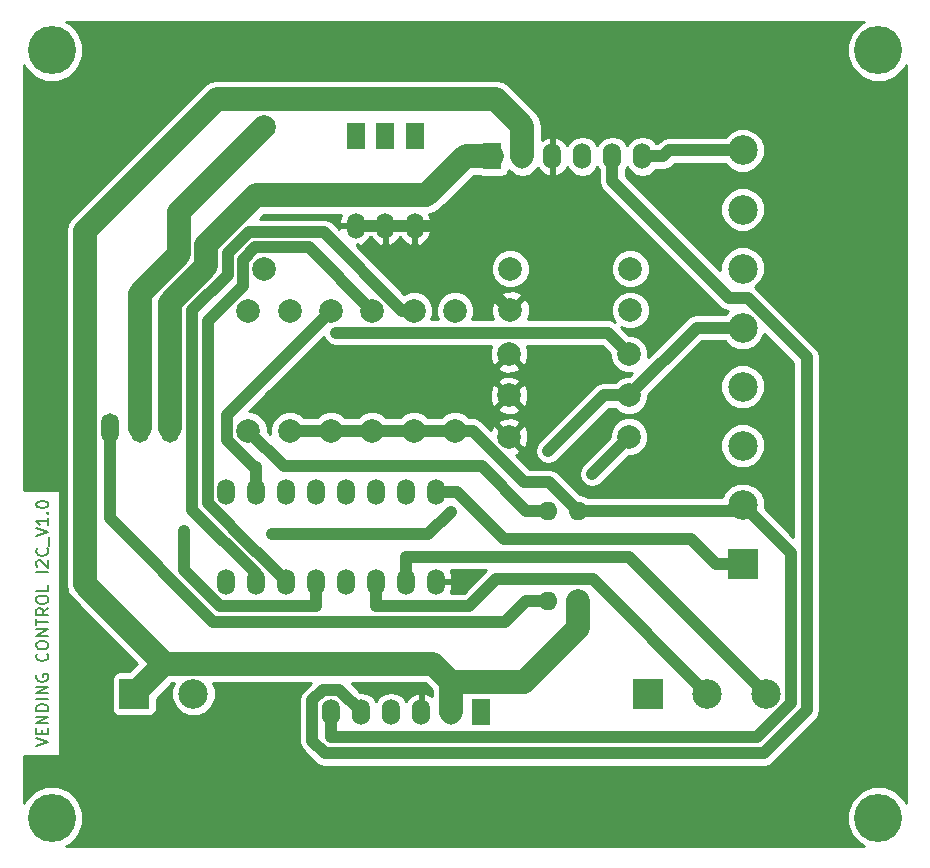
<source format=gbr>
G04 #@! TF.FileFunction,Copper,L1,Top,Signal*
%FSLAX46Y46*%
G04 Gerber Fmt 4.6, Leading zero omitted, Abs format (unit mm)*
G04 Created by KiCad (PCBNEW 4.0.1-stable) date 26/09/2016 04:38:13 p. m.*
%MOMM*%
G01*
G04 APERTURE LIST*
%ADD10C,0.100000*%
%ADD11C,0.200000*%
%ADD12C,2.000000*%
%ADD13O,1.524000X2.197100*%
%ADD14R,1.524000X2.197100*%
%ADD15C,2.500000*%
%ADD16R,2.500000X2.500000*%
%ADD17O,1.501140X2.499360*%
%ADD18C,1.998980*%
%ADD19R,1.498600X2.197100*%
%ADD20O,1.498600X2.197100*%
%ADD21O,1.501140X2.199640*%
%ADD22O,1.600000X1.600000*%
%ADD23C,4.064000*%
%ADD24C,0.800000*%
%ADD25C,2.000000*%
%ADD26C,1.000000*%
%ADD27C,0.254000*%
G04 APERTURE END LIST*
D10*
D11*
X116202381Y-111404762D02*
X117202381Y-111071429D01*
X116202381Y-110738095D01*
X116678571Y-110404762D02*
X116678571Y-110071428D01*
X117202381Y-109928571D02*
X117202381Y-110404762D01*
X116202381Y-110404762D01*
X116202381Y-109928571D01*
X117202381Y-109500000D02*
X116202381Y-109500000D01*
X117202381Y-108928571D01*
X116202381Y-108928571D01*
X117202381Y-108452381D02*
X116202381Y-108452381D01*
X116202381Y-108214286D01*
X116250000Y-108071428D01*
X116345238Y-107976190D01*
X116440476Y-107928571D01*
X116630952Y-107880952D01*
X116773810Y-107880952D01*
X116964286Y-107928571D01*
X117059524Y-107976190D01*
X117154762Y-108071428D01*
X117202381Y-108214286D01*
X117202381Y-108452381D01*
X117202381Y-107452381D02*
X116202381Y-107452381D01*
X117202381Y-106976191D02*
X116202381Y-106976191D01*
X117202381Y-106404762D01*
X116202381Y-106404762D01*
X116250000Y-105404762D02*
X116202381Y-105500000D01*
X116202381Y-105642857D01*
X116250000Y-105785715D01*
X116345238Y-105880953D01*
X116440476Y-105928572D01*
X116630952Y-105976191D01*
X116773810Y-105976191D01*
X116964286Y-105928572D01*
X117059524Y-105880953D01*
X117154762Y-105785715D01*
X117202381Y-105642857D01*
X117202381Y-105547619D01*
X117154762Y-105404762D01*
X117107143Y-105357143D01*
X116773810Y-105357143D01*
X116773810Y-105547619D01*
X117107143Y-103595238D02*
X117154762Y-103642857D01*
X117202381Y-103785714D01*
X117202381Y-103880952D01*
X117154762Y-104023810D01*
X117059524Y-104119048D01*
X116964286Y-104166667D01*
X116773810Y-104214286D01*
X116630952Y-104214286D01*
X116440476Y-104166667D01*
X116345238Y-104119048D01*
X116250000Y-104023810D01*
X116202381Y-103880952D01*
X116202381Y-103785714D01*
X116250000Y-103642857D01*
X116297619Y-103595238D01*
X116202381Y-102976191D02*
X116202381Y-102785714D01*
X116250000Y-102690476D01*
X116345238Y-102595238D01*
X116535714Y-102547619D01*
X116869048Y-102547619D01*
X117059524Y-102595238D01*
X117154762Y-102690476D01*
X117202381Y-102785714D01*
X117202381Y-102976191D01*
X117154762Y-103071429D01*
X117059524Y-103166667D01*
X116869048Y-103214286D01*
X116535714Y-103214286D01*
X116345238Y-103166667D01*
X116250000Y-103071429D01*
X116202381Y-102976191D01*
X117202381Y-102119048D02*
X116202381Y-102119048D01*
X117202381Y-101547619D01*
X116202381Y-101547619D01*
X116202381Y-101214286D02*
X116202381Y-100642857D01*
X117202381Y-100928572D02*
X116202381Y-100928572D01*
X117202381Y-99738095D02*
X116726190Y-100071429D01*
X117202381Y-100309524D02*
X116202381Y-100309524D01*
X116202381Y-99928571D01*
X116250000Y-99833333D01*
X116297619Y-99785714D01*
X116392857Y-99738095D01*
X116535714Y-99738095D01*
X116630952Y-99785714D01*
X116678571Y-99833333D01*
X116726190Y-99928571D01*
X116726190Y-100309524D01*
X116202381Y-99119048D02*
X116202381Y-98928571D01*
X116250000Y-98833333D01*
X116345238Y-98738095D01*
X116535714Y-98690476D01*
X116869048Y-98690476D01*
X117059524Y-98738095D01*
X117154762Y-98833333D01*
X117202381Y-98928571D01*
X117202381Y-99119048D01*
X117154762Y-99214286D01*
X117059524Y-99309524D01*
X116869048Y-99357143D01*
X116535714Y-99357143D01*
X116345238Y-99309524D01*
X116250000Y-99214286D01*
X116202381Y-99119048D01*
X117202381Y-97785714D02*
X117202381Y-98261905D01*
X116202381Y-98261905D01*
X117202381Y-96690476D02*
X116202381Y-96690476D01*
X116297619Y-96261905D02*
X116250000Y-96214286D01*
X116202381Y-96119048D01*
X116202381Y-95880952D01*
X116250000Y-95785714D01*
X116297619Y-95738095D01*
X116392857Y-95690476D01*
X116488095Y-95690476D01*
X116630952Y-95738095D01*
X117202381Y-96309524D01*
X117202381Y-95690476D01*
X117107143Y-94690476D02*
X117154762Y-94738095D01*
X117202381Y-94880952D01*
X117202381Y-94976190D01*
X117154762Y-95119048D01*
X117059524Y-95214286D01*
X116964286Y-95261905D01*
X116773810Y-95309524D01*
X116630952Y-95309524D01*
X116440476Y-95261905D01*
X116345238Y-95214286D01*
X116250000Y-95119048D01*
X116202381Y-94976190D01*
X116202381Y-94880952D01*
X116250000Y-94738095D01*
X116297619Y-94690476D01*
X117297619Y-94500000D02*
X117297619Y-93738095D01*
X116202381Y-93642857D02*
X117202381Y-93309524D01*
X116202381Y-92976190D01*
X117202381Y-92119047D02*
X117202381Y-92690476D01*
X117202381Y-92404762D02*
X116202381Y-92404762D01*
X116345238Y-92500000D01*
X116440476Y-92595238D01*
X116488095Y-92690476D01*
X117107143Y-91690476D02*
X117154762Y-91642857D01*
X117202381Y-91690476D01*
X117154762Y-91738095D01*
X117107143Y-91690476D01*
X117202381Y-91690476D01*
X116202381Y-91023810D02*
X116202381Y-90928571D01*
X116250000Y-90833333D01*
X116297619Y-90785714D01*
X116392857Y-90738095D01*
X116583333Y-90690476D01*
X116821429Y-90690476D01*
X117011905Y-90738095D01*
X117107143Y-90785714D01*
X117154762Y-90833333D01*
X117202381Y-90928571D01*
X117202381Y-91023810D01*
X117154762Y-91119048D01*
X117107143Y-91166667D01*
X117011905Y-91214286D01*
X116821429Y-91261905D01*
X116583333Y-91261905D01*
X116392857Y-91214286D01*
X116297619Y-91166667D01*
X116250000Y-91119048D01*
X116202381Y-91023810D01*
D12*
X135500000Y-71000000D03*
X135500000Y-59000000D03*
D13*
X162420000Y-61500000D03*
X159880000Y-61500000D03*
X167500000Y-61500000D03*
X164960000Y-61500000D03*
D14*
X154800000Y-61500000D03*
D13*
X157340000Y-61500000D03*
X146230000Y-108576200D03*
X148770000Y-108576200D03*
X141150000Y-108576200D03*
X143690000Y-108576200D03*
D14*
X153850000Y-108576200D03*
D13*
X151310000Y-108576200D03*
D15*
X178000000Y-107000000D03*
D16*
X168000000Y-107000000D03*
D15*
X173000000Y-107000000D03*
D16*
X124500000Y-107000000D03*
D15*
X129500000Y-107000000D03*
X176000000Y-61000000D03*
X176000000Y-66000000D03*
X176000000Y-71000000D03*
X176000000Y-76000000D03*
X176000000Y-81000000D03*
X176000000Y-86000000D03*
D16*
X176000000Y-96000000D03*
D15*
X176000000Y-91000000D03*
D17*
X124960000Y-84500000D03*
X122420000Y-84500000D03*
X127500000Y-84500000D03*
D18*
X151647000Y-84730500D03*
X151647000Y-74570500D03*
X148147000Y-84730500D03*
X148147000Y-74570500D03*
X144647000Y-84730500D03*
X144647000Y-74570500D03*
X141147000Y-84730500D03*
X141147000Y-74570500D03*
X137647000Y-84730500D03*
X137647000Y-74570500D03*
X134147000Y-84730500D03*
X134147000Y-74570500D03*
X166500000Y-71000000D03*
X156340000Y-71000000D03*
X166500000Y-74500000D03*
X156340000Y-74500000D03*
X166376000Y-78237600D03*
X156216000Y-78237600D03*
X166376000Y-81737600D03*
X156216000Y-81737600D03*
X166376000Y-85238000D03*
X156216000Y-85238000D03*
D19*
X148250000Y-59750000D03*
D20*
X148250000Y-67370000D03*
D19*
X145750000Y-59750000D03*
D20*
X145750000Y-67370000D03*
D19*
X143250000Y-59750000D03*
D20*
X143250000Y-67370000D03*
D21*
X132260000Y-97500000D03*
X134800000Y-97500000D03*
X137340000Y-97500000D03*
X139880000Y-97500000D03*
X142420000Y-97500000D03*
X144960000Y-97500000D03*
X147500000Y-97500000D03*
X150040000Y-97500000D03*
X150040000Y-89880000D03*
X147500000Y-89880000D03*
X144960000Y-89880000D03*
X142420000Y-89880000D03*
X139880000Y-89880000D03*
X137340000Y-89880000D03*
X134800000Y-89880000D03*
X132260000Y-89880000D03*
D22*
X162040000Y-91500000D03*
X159500000Y-91500000D03*
X159500000Y-99120000D03*
X162040000Y-99120000D03*
D23*
X117500000Y-117500000D03*
X187500000Y-117500000D03*
X187500000Y-52500000D03*
X117500000Y-52500000D03*
D24*
X136146100Y-93479200D03*
X151267200Y-91582000D03*
X128678300Y-93254000D03*
X163249300Y-88364700D03*
X159548700Y-86435400D03*
X141594300Y-76430800D03*
D25*
X124960000Y-73115400D02*
X124960000Y-84500000D01*
X128298800Y-69776600D02*
X124960000Y-73115400D01*
X128298800Y-66201200D02*
X128298800Y-69776600D01*
X135500000Y-59000000D02*
X128298800Y-66201200D01*
X157340000Y-61500000D02*
X157340000Y-58901400D01*
X157482400Y-105977600D02*
X151310000Y-105977600D01*
X162040000Y-101420000D02*
X157482400Y-105977600D01*
X162040000Y-99120000D02*
X162040000Y-101420000D01*
X151310000Y-108576200D02*
X151310000Y-105977600D01*
X155087300Y-56648700D02*
X157340000Y-58901400D01*
X131518800Y-56648700D02*
X155087300Y-56648700D01*
X120337900Y-67829600D02*
X131518800Y-56648700D01*
X120337900Y-97737100D02*
X120337900Y-67829600D01*
X127050400Y-104449600D02*
X120337900Y-97737100D01*
X124500000Y-107000000D02*
X127050400Y-104449600D01*
X149782000Y-104449600D02*
X151310000Y-105977600D01*
X127050400Y-104449600D02*
X149782000Y-104449600D01*
D26*
X134800000Y-89880000D02*
X134800000Y-87780100D01*
X132344900Y-83372600D02*
X141147000Y-74570500D01*
X132344900Y-85490900D02*
X132344900Y-83372600D01*
X134634100Y-87780100D02*
X132344900Y-85490900D01*
X134800000Y-87780100D02*
X134634100Y-87780100D01*
X143250000Y-67370000D02*
X145750000Y-67370000D01*
X145750000Y-67370000D02*
X148250000Y-67370000D01*
X148250000Y-67370000D02*
X149999300Y-67370000D01*
X149999300Y-68159300D02*
X156340000Y-74500000D01*
X149999300Y-67370000D02*
X149999300Y-68159300D01*
X137647000Y-84730500D02*
X141147000Y-84730500D01*
X141147000Y-84730500D02*
X144647000Y-84730500D01*
X144647000Y-84730500D02*
X148147000Y-84730500D01*
X169762000Y-61000000D02*
X169262000Y-61500000D01*
X176000000Y-61000000D02*
X169762000Y-61000000D01*
X167500000Y-61500000D02*
X169262000Y-61500000D01*
X180106100Y-95106100D02*
X176000000Y-91000000D01*
X180106100Y-107817700D02*
X180106100Y-95106100D01*
X177249000Y-110674800D02*
X180106100Y-107817700D01*
X141150000Y-110674800D02*
X177249000Y-110674800D01*
X141150000Y-108576200D02*
X141150000Y-110674800D01*
X175500000Y-91500000D02*
X176000000Y-91000000D01*
X163840000Y-91500000D02*
X175500000Y-91500000D01*
X162040000Y-91500000D02*
X163840000Y-91500000D01*
X153152400Y-84730500D02*
X151647000Y-84730500D01*
X157493000Y-89071100D02*
X153152400Y-84730500D01*
X159611100Y-89071100D02*
X157493000Y-89071100D01*
X162040000Y-91500000D02*
X159611100Y-89071100D01*
X151647000Y-84730500D02*
X148147000Y-84730500D01*
X143690000Y-108491400D02*
X143690000Y-108576200D01*
X141867500Y-106668900D02*
X143690000Y-108491400D01*
X140458800Y-106668900D02*
X141867500Y-106668900D01*
X139578800Y-107548900D02*
X140458800Y-106668900D01*
X139578800Y-110967600D02*
X139578800Y-107548900D01*
X140636000Y-112024800D02*
X139578800Y-110967600D01*
X177798300Y-112024800D02*
X140636000Y-112024800D01*
X181431900Y-108391200D02*
X177798300Y-112024800D01*
X181431900Y-78489300D02*
X181431900Y-108391200D01*
X176442600Y-73500000D02*
X181431900Y-78489300D01*
X174861400Y-73500000D02*
X176442600Y-73500000D01*
X164960000Y-63598600D02*
X174861400Y-73500000D01*
X164960000Y-61500000D02*
X164960000Y-63598600D01*
D25*
X154800000Y-61500000D02*
X152538000Y-61500000D01*
X127500000Y-73908000D02*
X127500000Y-84500000D01*
X130599100Y-70808900D02*
X127500000Y-73908000D01*
X130599100Y-68970000D02*
X130599100Y-70808900D01*
X134761800Y-64807300D02*
X130599100Y-68970000D01*
X149230700Y-64807300D02*
X134761800Y-64807300D01*
X152538000Y-61500000D02*
X149230700Y-64807300D01*
D26*
X159500000Y-99120000D02*
X157700000Y-99120000D01*
X122420000Y-84500000D02*
X122420000Y-86749800D01*
X155908900Y-100911100D02*
X157700000Y-99120000D01*
X131198500Y-100911100D02*
X155908900Y-100911100D01*
X122420000Y-92132600D02*
X131198500Y-100911100D01*
X122420000Y-86749800D02*
X122420000Y-92132600D01*
X149370000Y-93479200D02*
X136146100Y-93479200D01*
X151267200Y-91582000D02*
X149370000Y-93479200D01*
X134800000Y-96801500D02*
X134800000Y-97500000D01*
X129405700Y-91407200D02*
X134800000Y-96801500D01*
X129405700Y-74548300D02*
X129405700Y-91407200D01*
X132399400Y-71554600D02*
X129405700Y-74548300D01*
X132399400Y-69715700D02*
X132399400Y-71554600D01*
X134215700Y-67899400D02*
X132399400Y-69715700D01*
X140521600Y-67899400D02*
X134215700Y-67899400D01*
X147192700Y-74570500D02*
X140521600Y-67899400D01*
X148147000Y-74570500D02*
X147192700Y-74570500D01*
X139276200Y-69199700D02*
X144647000Y-74570500D01*
X134754300Y-69199700D02*
X139276200Y-69199700D01*
X133699700Y-70254300D02*
X134754300Y-69199700D01*
X133699700Y-72464900D02*
X133699700Y-70254300D01*
X130706000Y-75458600D02*
X133699700Y-72464900D01*
X130706000Y-90868600D02*
X130706000Y-75458600D01*
X134800000Y-94962600D02*
X130706000Y-90868600D01*
X134873400Y-94962600D02*
X134800000Y-94962600D01*
X137340000Y-97429200D02*
X134873400Y-94962600D01*
X137340000Y-97500000D02*
X137340000Y-97429200D01*
X137131400Y-87714900D02*
X134147000Y-84730500D01*
X153914900Y-87714900D02*
X137131400Y-87714900D01*
X157700000Y-91500000D02*
X153914900Y-87714900D01*
X159500000Y-91500000D02*
X157700000Y-91500000D01*
X128678300Y-96516300D02*
X128678300Y-93254000D01*
X131761900Y-99599900D02*
X128678300Y-96516300D01*
X139880000Y-99599900D02*
X131761900Y-99599900D01*
X139880000Y-97500000D02*
X139880000Y-99599900D01*
X147500000Y-97500000D02*
X147500000Y-95400100D01*
X166400100Y-95400100D02*
X178000000Y-107000000D01*
X147500000Y-95400100D02*
X166400100Y-95400100D01*
X144960000Y-97500000D02*
X144960000Y-99599900D01*
X163300400Y-97300400D02*
X173000000Y-107000000D01*
X155153000Y-97300400D02*
X163300400Y-97300400D01*
X152853500Y-99599900D02*
X155153000Y-97300400D01*
X144960000Y-99599900D02*
X152853500Y-99599900D01*
X166376000Y-85238000D02*
X163249300Y-88364700D01*
X172113600Y-76000000D02*
X176000000Y-76000000D01*
X166376000Y-81737600D02*
X172113600Y-76000000D01*
X164246500Y-81737600D02*
X166376000Y-81737600D01*
X159548700Y-86435400D02*
X164246500Y-81737600D01*
X164569200Y-76430800D02*
X141594300Y-76430800D01*
X166376000Y-78237600D02*
X164569200Y-76430800D01*
X150040000Y-89880000D02*
X151790600Y-89880000D01*
X176000000Y-96000000D02*
X173750000Y-96000000D01*
X155805400Y-93894800D02*
X151790600Y-89880000D01*
X171644800Y-93894800D02*
X155805400Y-93894800D01*
X173750000Y-96000000D02*
X171644800Y-93894800D01*
D27*
G36*
X185991239Y-50237709D02*
X185240345Y-50987293D01*
X184833464Y-51967173D01*
X184832538Y-53028172D01*
X185237709Y-54008761D01*
X185987293Y-54759655D01*
X186967173Y-55166536D01*
X188028172Y-55167462D01*
X189008761Y-54762291D01*
X189759655Y-54012707D01*
X189873000Y-53739741D01*
X189873000Y-116259175D01*
X189762291Y-115991239D01*
X189012707Y-115240345D01*
X188032827Y-114833464D01*
X186971828Y-114832538D01*
X185991239Y-115237709D01*
X185240345Y-115987293D01*
X184833464Y-116967173D01*
X184832538Y-118028172D01*
X185237709Y-119008761D01*
X185987293Y-119759655D01*
X186260259Y-119873000D01*
X118740825Y-119873000D01*
X119008761Y-119762291D01*
X119759655Y-119012707D01*
X120166536Y-118032827D01*
X120167462Y-116971828D01*
X119762291Y-115991239D01*
X119012707Y-115240345D01*
X118032827Y-114833464D01*
X116971828Y-114832538D01*
X115991239Y-115237709D01*
X115240345Y-115987293D01*
X115127000Y-116260259D01*
X115127000Y-112235000D01*
X118185000Y-112235000D01*
X118185000Y-89765000D01*
X115127000Y-89765000D01*
X115127000Y-67829600D01*
X118702899Y-67829600D01*
X118702900Y-67829605D01*
X118702900Y-97737095D01*
X118702899Y-97737100D01*
X118827357Y-98362788D01*
X119181780Y-98893220D01*
X124738161Y-104449600D01*
X124085200Y-105102560D01*
X123250000Y-105102560D01*
X123014683Y-105146838D01*
X122798559Y-105285910D01*
X122653569Y-105498110D01*
X122602560Y-105750000D01*
X122602560Y-108250000D01*
X122646838Y-108485317D01*
X122785910Y-108701441D01*
X122998110Y-108846431D01*
X123250000Y-108897440D01*
X125750000Y-108897440D01*
X125985317Y-108853162D01*
X126201441Y-108714090D01*
X126346431Y-108501890D01*
X126397440Y-108250000D01*
X126397440Y-107414800D01*
X127727639Y-106084600D01*
X127839060Y-106084600D01*
X127615328Y-106623405D01*
X127614674Y-107373305D01*
X127901043Y-108066372D01*
X128430839Y-108597093D01*
X129123405Y-108884672D01*
X129873305Y-108885326D01*
X130566372Y-108598957D01*
X131097093Y-108069161D01*
X131384672Y-107376595D01*
X131385326Y-106626695D01*
X131161337Y-106084600D01*
X139437968Y-106084600D01*
X138776234Y-106746334D01*
X138530197Y-107114554D01*
X138443800Y-107548900D01*
X138443800Y-110967600D01*
X138530197Y-111401946D01*
X138656154Y-111590454D01*
X138776234Y-111770166D01*
X139833434Y-112827366D01*
X140201655Y-113073404D01*
X140636000Y-113159800D01*
X177798300Y-113159800D01*
X178232646Y-113073403D01*
X178600866Y-112827366D01*
X182234466Y-109193766D01*
X182480503Y-108825546D01*
X182508678Y-108683900D01*
X182566900Y-108391200D01*
X182566900Y-78489300D01*
X182480503Y-78054954D01*
X182234466Y-77686734D01*
X177245166Y-72697434D01*
X177151302Y-72634716D01*
X177078967Y-72586384D01*
X177597093Y-72069161D01*
X177884672Y-71376595D01*
X177885326Y-70626695D01*
X177598957Y-69933628D01*
X177069161Y-69402907D01*
X176376595Y-69115328D01*
X175626695Y-69114674D01*
X174933628Y-69401043D01*
X174402907Y-69930839D01*
X174115328Y-70623405D01*
X174114870Y-71148338D01*
X169339837Y-66373305D01*
X174114674Y-66373305D01*
X174401043Y-67066372D01*
X174930839Y-67597093D01*
X175623405Y-67884672D01*
X176373305Y-67885326D01*
X177066372Y-67598957D01*
X177597093Y-67069161D01*
X177884672Y-66376595D01*
X177885326Y-65626695D01*
X177598957Y-64933628D01*
X177069161Y-64402907D01*
X176376595Y-64115328D01*
X175626695Y-64114674D01*
X174933628Y-64401043D01*
X174402907Y-64930839D01*
X174115328Y-65623405D01*
X174114674Y-66373305D01*
X169339837Y-66373305D01*
X166095000Y-63128468D01*
X166095000Y-62638082D01*
X166230000Y-62436041D01*
X166512172Y-62858340D01*
X166965391Y-63161172D01*
X167500000Y-63267512D01*
X168034609Y-63161172D01*
X168487828Y-62858340D01*
X168637059Y-62635000D01*
X169262000Y-62635000D01*
X169696346Y-62548603D01*
X170064566Y-62302566D01*
X170232132Y-62135000D01*
X174469551Y-62135000D01*
X174930839Y-62597093D01*
X175623405Y-62884672D01*
X176373305Y-62885326D01*
X177066372Y-62598957D01*
X177597093Y-62069161D01*
X177884672Y-61376595D01*
X177885326Y-60626695D01*
X177598957Y-59933628D01*
X177069161Y-59402907D01*
X176376595Y-59115328D01*
X175626695Y-59114674D01*
X174933628Y-59401043D01*
X174468861Y-59865000D01*
X169762000Y-59865000D01*
X169327654Y-59951397D01*
X169021266Y-60156119D01*
X168959434Y-60197434D01*
X168791868Y-60365000D01*
X168637059Y-60365000D01*
X168487828Y-60141660D01*
X168034609Y-59838828D01*
X167500000Y-59732488D01*
X166965391Y-59838828D01*
X166512172Y-60141660D01*
X166230000Y-60563959D01*
X165947828Y-60141660D01*
X165494609Y-59838828D01*
X164960000Y-59732488D01*
X164425391Y-59838828D01*
X163972172Y-60141660D01*
X163690000Y-60563959D01*
X163407828Y-60141660D01*
X162954609Y-59838828D01*
X162420000Y-59732488D01*
X161885391Y-59838828D01*
X161432172Y-60141660D01*
X161141358Y-60576893D01*
X161122059Y-60511509D01*
X160778026Y-60085820D01*
X160297277Y-59824190D01*
X160223070Y-59809230D01*
X160007000Y-59931730D01*
X160007000Y-61373000D01*
X160027000Y-61373000D01*
X160027000Y-61627000D01*
X160007000Y-61627000D01*
X160007000Y-63068270D01*
X160223070Y-63190770D01*
X160297277Y-63175810D01*
X160778026Y-62914180D01*
X161122059Y-62488491D01*
X161141358Y-62423107D01*
X161432172Y-62858340D01*
X161885391Y-63161172D01*
X162420000Y-63267512D01*
X162954609Y-63161172D01*
X163407828Y-62858340D01*
X163690000Y-62436041D01*
X163825000Y-62638082D01*
X163825000Y-63598600D01*
X163911397Y-64032946D01*
X164157352Y-64401043D01*
X164157434Y-64401166D01*
X174058834Y-74302566D01*
X174427054Y-74548603D01*
X174726202Y-74608107D01*
X174468861Y-74865000D01*
X172113600Y-74865000D01*
X171679254Y-74951397D01*
X171311034Y-75197434D01*
X168010264Y-78498204D01*
X168010774Y-77913906D01*
X167762462Y-77312945D01*
X167303073Y-76852754D01*
X166702547Y-76603394D01*
X166346615Y-76603083D01*
X165667753Y-75924221D01*
X166173453Y-76134206D01*
X166823694Y-76134774D01*
X167424655Y-75886462D01*
X167884846Y-75427073D01*
X168134206Y-74826547D01*
X168134774Y-74176306D01*
X167886462Y-73575345D01*
X167427073Y-73115154D01*
X166826547Y-72865794D01*
X166176306Y-72865226D01*
X165575345Y-73113538D01*
X165115154Y-73572927D01*
X164865794Y-74173453D01*
X164865226Y-74823694D01*
X165113538Y-75424655D01*
X165206582Y-75517862D01*
X165003546Y-75382197D01*
X164569200Y-75295800D01*
X157788000Y-75295800D01*
X157985401Y-74764418D01*
X157961341Y-74114623D01*
X157758965Y-73626042D01*
X157492163Y-73527443D01*
X156519605Y-74500000D01*
X156533748Y-74514142D01*
X156354142Y-74693748D01*
X156340000Y-74679605D01*
X156325858Y-74693748D01*
X156146252Y-74514142D01*
X156160395Y-74500000D01*
X155187837Y-73527443D01*
X154921035Y-73626042D01*
X154694599Y-74235582D01*
X154718659Y-74885377D01*
X154888661Y-75295800D01*
X153115629Y-75295800D01*
X153281206Y-74897047D01*
X153281774Y-74246806D01*
X153033462Y-73645845D01*
X152735974Y-73347837D01*
X155367443Y-73347837D01*
X156340000Y-74320395D01*
X157312557Y-73347837D01*
X157213958Y-73081035D01*
X156604418Y-72854599D01*
X155954623Y-72878659D01*
X155466042Y-73081035D01*
X155367443Y-73347837D01*
X152735974Y-73347837D01*
X152574073Y-73185654D01*
X151973547Y-72936294D01*
X151323306Y-72935726D01*
X150722345Y-73184038D01*
X150262154Y-73643427D01*
X150012794Y-74243953D01*
X150012226Y-74894194D01*
X150178166Y-75295800D01*
X149615629Y-75295800D01*
X149781206Y-74897047D01*
X149781774Y-74246806D01*
X149533462Y-73645845D01*
X149074073Y-73185654D01*
X148473547Y-72936294D01*
X147823306Y-72935726D01*
X147356103Y-73128771D01*
X145551026Y-71323694D01*
X154705226Y-71323694D01*
X154953538Y-71924655D01*
X155412927Y-72384846D01*
X156013453Y-72634206D01*
X156663694Y-72634774D01*
X157264655Y-72386462D01*
X157724846Y-71927073D01*
X157974206Y-71326547D01*
X157974208Y-71323694D01*
X164865226Y-71323694D01*
X165113538Y-71924655D01*
X165572927Y-72384846D01*
X166173453Y-72634206D01*
X166823694Y-72634774D01*
X167424655Y-72386462D01*
X167884846Y-71927073D01*
X168134206Y-71326547D01*
X168134774Y-70676306D01*
X167886462Y-70075345D01*
X167427073Y-69615154D01*
X166826547Y-69365794D01*
X166176306Y-69365226D01*
X165575345Y-69613538D01*
X165115154Y-70072927D01*
X164865794Y-70673453D01*
X164865226Y-71323694D01*
X157974208Y-71323694D01*
X157974774Y-70676306D01*
X157726462Y-70075345D01*
X157267073Y-69615154D01*
X156666547Y-69365794D01*
X156016306Y-69365226D01*
X155415345Y-69613538D01*
X154955154Y-70072927D01*
X154705794Y-70673453D01*
X154705226Y-71323694D01*
X145551026Y-71323694D01*
X143330882Y-69103550D01*
X143377002Y-69103550D01*
X143377002Y-68938203D01*
X143591075Y-69060874D01*
X143662417Y-69046777D01*
X144139046Y-68787900D01*
X144480326Y-68366331D01*
X144500000Y-68299878D01*
X144519674Y-68366331D01*
X144860954Y-68787900D01*
X145337583Y-69046777D01*
X145408925Y-69060874D01*
X145623000Y-68938202D01*
X145623000Y-67497000D01*
X145877000Y-67497000D01*
X145877000Y-68938202D01*
X146091075Y-69060874D01*
X146162417Y-69046777D01*
X146639046Y-68787900D01*
X146980326Y-68366331D01*
X147000000Y-68299878D01*
X147019674Y-68366331D01*
X147360954Y-68787900D01*
X147837583Y-69046777D01*
X147908925Y-69060874D01*
X148123000Y-68938202D01*
X148123000Y-67497000D01*
X148377000Y-67497000D01*
X148377000Y-68938202D01*
X148591075Y-69060874D01*
X148662417Y-69046777D01*
X149139046Y-68787900D01*
X149480326Y-68366331D01*
X149634300Y-67846250D01*
X149634300Y-67497000D01*
X148377000Y-67497000D01*
X148123000Y-67497000D01*
X145877000Y-67497000D01*
X145623000Y-67497000D01*
X143377000Y-67497000D01*
X143377000Y-67517000D01*
X143123000Y-67517000D01*
X143123000Y-67497000D01*
X141865700Y-67497000D01*
X141865700Y-67638368D01*
X141324166Y-67096834D01*
X141278576Y-67066372D01*
X140955946Y-66850797D01*
X140521600Y-66764400D01*
X135116939Y-66764400D01*
X135439039Y-66442300D01*
X141999355Y-66442300D01*
X141865700Y-66893750D01*
X141865700Y-67243000D01*
X143123000Y-67243000D01*
X143123000Y-67223000D01*
X143377000Y-67223000D01*
X143377000Y-67243000D01*
X145623000Y-67243000D01*
X145623000Y-67223000D01*
X145877000Y-67223000D01*
X145877000Y-67243000D01*
X148123000Y-67243000D01*
X148123000Y-67223000D01*
X148377000Y-67223000D01*
X148377000Y-67243000D01*
X149634300Y-67243000D01*
X149634300Y-66893750D01*
X149485632Y-66391591D01*
X149856388Y-66317843D01*
X150386820Y-65963420D01*
X153215239Y-63135000D01*
X153698325Y-63135000D01*
X153786110Y-63194981D01*
X154038000Y-63245990D01*
X155562000Y-63245990D01*
X155797317Y-63201712D01*
X156013441Y-63062640D01*
X156158431Y-62850440D01*
X156196125Y-62664302D01*
X156243808Y-62696163D01*
X156352172Y-62858340D01*
X156805391Y-63161172D01*
X157340000Y-63267512D01*
X157874609Y-63161172D01*
X158327828Y-62858340D01*
X158436192Y-62696163D01*
X158496120Y-62656120D01*
X158628806Y-62457541D01*
X158637941Y-62488491D01*
X158981974Y-62914180D01*
X159462723Y-63175810D01*
X159536930Y-63190770D01*
X159753000Y-63068270D01*
X159753000Y-61627000D01*
X159733000Y-61627000D01*
X159733000Y-61373000D01*
X159753000Y-61373000D01*
X159753000Y-59931730D01*
X159536930Y-59809230D01*
X159462723Y-59824190D01*
X158981974Y-60085820D01*
X158975000Y-60094449D01*
X158975000Y-58901405D01*
X158975001Y-58901400D01*
X158850543Y-58275712D01*
X158496120Y-57745280D01*
X156243420Y-55492580D01*
X155712988Y-55138157D01*
X155087300Y-55013699D01*
X155087295Y-55013700D01*
X131518800Y-55013700D01*
X130893113Y-55138157D01*
X130362680Y-55492580D01*
X130362678Y-55492583D01*
X119181780Y-66673480D01*
X118827357Y-67203912D01*
X118702899Y-67829600D01*
X115127000Y-67829600D01*
X115127000Y-53740825D01*
X115237709Y-54008761D01*
X115987293Y-54759655D01*
X116967173Y-55166536D01*
X118028172Y-55167462D01*
X119008761Y-54762291D01*
X119759655Y-54012707D01*
X120166536Y-53032827D01*
X120167462Y-51971828D01*
X119762291Y-50991239D01*
X119012707Y-50240345D01*
X118739741Y-50127000D01*
X186259175Y-50127000D01*
X185991239Y-50237709D01*
X185991239Y-50237709D01*
G37*
X185991239Y-50237709D02*
X185240345Y-50987293D01*
X184833464Y-51967173D01*
X184832538Y-53028172D01*
X185237709Y-54008761D01*
X185987293Y-54759655D01*
X186967173Y-55166536D01*
X188028172Y-55167462D01*
X189008761Y-54762291D01*
X189759655Y-54012707D01*
X189873000Y-53739741D01*
X189873000Y-116259175D01*
X189762291Y-115991239D01*
X189012707Y-115240345D01*
X188032827Y-114833464D01*
X186971828Y-114832538D01*
X185991239Y-115237709D01*
X185240345Y-115987293D01*
X184833464Y-116967173D01*
X184832538Y-118028172D01*
X185237709Y-119008761D01*
X185987293Y-119759655D01*
X186260259Y-119873000D01*
X118740825Y-119873000D01*
X119008761Y-119762291D01*
X119759655Y-119012707D01*
X120166536Y-118032827D01*
X120167462Y-116971828D01*
X119762291Y-115991239D01*
X119012707Y-115240345D01*
X118032827Y-114833464D01*
X116971828Y-114832538D01*
X115991239Y-115237709D01*
X115240345Y-115987293D01*
X115127000Y-116260259D01*
X115127000Y-112235000D01*
X118185000Y-112235000D01*
X118185000Y-89765000D01*
X115127000Y-89765000D01*
X115127000Y-67829600D01*
X118702899Y-67829600D01*
X118702900Y-67829605D01*
X118702900Y-97737095D01*
X118702899Y-97737100D01*
X118827357Y-98362788D01*
X119181780Y-98893220D01*
X124738161Y-104449600D01*
X124085200Y-105102560D01*
X123250000Y-105102560D01*
X123014683Y-105146838D01*
X122798559Y-105285910D01*
X122653569Y-105498110D01*
X122602560Y-105750000D01*
X122602560Y-108250000D01*
X122646838Y-108485317D01*
X122785910Y-108701441D01*
X122998110Y-108846431D01*
X123250000Y-108897440D01*
X125750000Y-108897440D01*
X125985317Y-108853162D01*
X126201441Y-108714090D01*
X126346431Y-108501890D01*
X126397440Y-108250000D01*
X126397440Y-107414800D01*
X127727639Y-106084600D01*
X127839060Y-106084600D01*
X127615328Y-106623405D01*
X127614674Y-107373305D01*
X127901043Y-108066372D01*
X128430839Y-108597093D01*
X129123405Y-108884672D01*
X129873305Y-108885326D01*
X130566372Y-108598957D01*
X131097093Y-108069161D01*
X131384672Y-107376595D01*
X131385326Y-106626695D01*
X131161337Y-106084600D01*
X139437968Y-106084600D01*
X138776234Y-106746334D01*
X138530197Y-107114554D01*
X138443800Y-107548900D01*
X138443800Y-110967600D01*
X138530197Y-111401946D01*
X138656154Y-111590454D01*
X138776234Y-111770166D01*
X139833434Y-112827366D01*
X140201655Y-113073404D01*
X140636000Y-113159800D01*
X177798300Y-113159800D01*
X178232646Y-113073403D01*
X178600866Y-112827366D01*
X182234466Y-109193766D01*
X182480503Y-108825546D01*
X182508678Y-108683900D01*
X182566900Y-108391200D01*
X182566900Y-78489300D01*
X182480503Y-78054954D01*
X182234466Y-77686734D01*
X177245166Y-72697434D01*
X177151302Y-72634716D01*
X177078967Y-72586384D01*
X177597093Y-72069161D01*
X177884672Y-71376595D01*
X177885326Y-70626695D01*
X177598957Y-69933628D01*
X177069161Y-69402907D01*
X176376595Y-69115328D01*
X175626695Y-69114674D01*
X174933628Y-69401043D01*
X174402907Y-69930839D01*
X174115328Y-70623405D01*
X174114870Y-71148338D01*
X169339837Y-66373305D01*
X174114674Y-66373305D01*
X174401043Y-67066372D01*
X174930839Y-67597093D01*
X175623405Y-67884672D01*
X176373305Y-67885326D01*
X177066372Y-67598957D01*
X177597093Y-67069161D01*
X177884672Y-66376595D01*
X177885326Y-65626695D01*
X177598957Y-64933628D01*
X177069161Y-64402907D01*
X176376595Y-64115328D01*
X175626695Y-64114674D01*
X174933628Y-64401043D01*
X174402907Y-64930839D01*
X174115328Y-65623405D01*
X174114674Y-66373305D01*
X169339837Y-66373305D01*
X166095000Y-63128468D01*
X166095000Y-62638082D01*
X166230000Y-62436041D01*
X166512172Y-62858340D01*
X166965391Y-63161172D01*
X167500000Y-63267512D01*
X168034609Y-63161172D01*
X168487828Y-62858340D01*
X168637059Y-62635000D01*
X169262000Y-62635000D01*
X169696346Y-62548603D01*
X170064566Y-62302566D01*
X170232132Y-62135000D01*
X174469551Y-62135000D01*
X174930839Y-62597093D01*
X175623405Y-62884672D01*
X176373305Y-62885326D01*
X177066372Y-62598957D01*
X177597093Y-62069161D01*
X177884672Y-61376595D01*
X177885326Y-60626695D01*
X177598957Y-59933628D01*
X177069161Y-59402907D01*
X176376595Y-59115328D01*
X175626695Y-59114674D01*
X174933628Y-59401043D01*
X174468861Y-59865000D01*
X169762000Y-59865000D01*
X169327654Y-59951397D01*
X169021266Y-60156119D01*
X168959434Y-60197434D01*
X168791868Y-60365000D01*
X168637059Y-60365000D01*
X168487828Y-60141660D01*
X168034609Y-59838828D01*
X167500000Y-59732488D01*
X166965391Y-59838828D01*
X166512172Y-60141660D01*
X166230000Y-60563959D01*
X165947828Y-60141660D01*
X165494609Y-59838828D01*
X164960000Y-59732488D01*
X164425391Y-59838828D01*
X163972172Y-60141660D01*
X163690000Y-60563959D01*
X163407828Y-60141660D01*
X162954609Y-59838828D01*
X162420000Y-59732488D01*
X161885391Y-59838828D01*
X161432172Y-60141660D01*
X161141358Y-60576893D01*
X161122059Y-60511509D01*
X160778026Y-60085820D01*
X160297277Y-59824190D01*
X160223070Y-59809230D01*
X160007000Y-59931730D01*
X160007000Y-61373000D01*
X160027000Y-61373000D01*
X160027000Y-61627000D01*
X160007000Y-61627000D01*
X160007000Y-63068270D01*
X160223070Y-63190770D01*
X160297277Y-63175810D01*
X160778026Y-62914180D01*
X161122059Y-62488491D01*
X161141358Y-62423107D01*
X161432172Y-62858340D01*
X161885391Y-63161172D01*
X162420000Y-63267512D01*
X162954609Y-63161172D01*
X163407828Y-62858340D01*
X163690000Y-62436041D01*
X163825000Y-62638082D01*
X163825000Y-63598600D01*
X163911397Y-64032946D01*
X164157352Y-64401043D01*
X164157434Y-64401166D01*
X174058834Y-74302566D01*
X174427054Y-74548603D01*
X174726202Y-74608107D01*
X174468861Y-74865000D01*
X172113600Y-74865000D01*
X171679254Y-74951397D01*
X171311034Y-75197434D01*
X168010264Y-78498204D01*
X168010774Y-77913906D01*
X167762462Y-77312945D01*
X167303073Y-76852754D01*
X166702547Y-76603394D01*
X166346615Y-76603083D01*
X165667753Y-75924221D01*
X166173453Y-76134206D01*
X166823694Y-76134774D01*
X167424655Y-75886462D01*
X167884846Y-75427073D01*
X168134206Y-74826547D01*
X168134774Y-74176306D01*
X167886462Y-73575345D01*
X167427073Y-73115154D01*
X166826547Y-72865794D01*
X166176306Y-72865226D01*
X165575345Y-73113538D01*
X165115154Y-73572927D01*
X164865794Y-74173453D01*
X164865226Y-74823694D01*
X165113538Y-75424655D01*
X165206582Y-75517862D01*
X165003546Y-75382197D01*
X164569200Y-75295800D01*
X157788000Y-75295800D01*
X157985401Y-74764418D01*
X157961341Y-74114623D01*
X157758965Y-73626042D01*
X157492163Y-73527443D01*
X156519605Y-74500000D01*
X156533748Y-74514142D01*
X156354142Y-74693748D01*
X156340000Y-74679605D01*
X156325858Y-74693748D01*
X156146252Y-74514142D01*
X156160395Y-74500000D01*
X155187837Y-73527443D01*
X154921035Y-73626042D01*
X154694599Y-74235582D01*
X154718659Y-74885377D01*
X154888661Y-75295800D01*
X153115629Y-75295800D01*
X153281206Y-74897047D01*
X153281774Y-74246806D01*
X153033462Y-73645845D01*
X152735974Y-73347837D01*
X155367443Y-73347837D01*
X156340000Y-74320395D01*
X157312557Y-73347837D01*
X157213958Y-73081035D01*
X156604418Y-72854599D01*
X155954623Y-72878659D01*
X155466042Y-73081035D01*
X155367443Y-73347837D01*
X152735974Y-73347837D01*
X152574073Y-73185654D01*
X151973547Y-72936294D01*
X151323306Y-72935726D01*
X150722345Y-73184038D01*
X150262154Y-73643427D01*
X150012794Y-74243953D01*
X150012226Y-74894194D01*
X150178166Y-75295800D01*
X149615629Y-75295800D01*
X149781206Y-74897047D01*
X149781774Y-74246806D01*
X149533462Y-73645845D01*
X149074073Y-73185654D01*
X148473547Y-72936294D01*
X147823306Y-72935726D01*
X147356103Y-73128771D01*
X145551026Y-71323694D01*
X154705226Y-71323694D01*
X154953538Y-71924655D01*
X155412927Y-72384846D01*
X156013453Y-72634206D01*
X156663694Y-72634774D01*
X157264655Y-72386462D01*
X157724846Y-71927073D01*
X157974206Y-71326547D01*
X157974208Y-71323694D01*
X164865226Y-71323694D01*
X165113538Y-71924655D01*
X165572927Y-72384846D01*
X166173453Y-72634206D01*
X166823694Y-72634774D01*
X167424655Y-72386462D01*
X167884846Y-71927073D01*
X168134206Y-71326547D01*
X168134774Y-70676306D01*
X167886462Y-70075345D01*
X167427073Y-69615154D01*
X166826547Y-69365794D01*
X166176306Y-69365226D01*
X165575345Y-69613538D01*
X165115154Y-70072927D01*
X164865794Y-70673453D01*
X164865226Y-71323694D01*
X157974208Y-71323694D01*
X157974774Y-70676306D01*
X157726462Y-70075345D01*
X157267073Y-69615154D01*
X156666547Y-69365794D01*
X156016306Y-69365226D01*
X155415345Y-69613538D01*
X154955154Y-70072927D01*
X154705794Y-70673453D01*
X154705226Y-71323694D01*
X145551026Y-71323694D01*
X143330882Y-69103550D01*
X143377002Y-69103550D01*
X143377002Y-68938203D01*
X143591075Y-69060874D01*
X143662417Y-69046777D01*
X144139046Y-68787900D01*
X144480326Y-68366331D01*
X144500000Y-68299878D01*
X144519674Y-68366331D01*
X144860954Y-68787900D01*
X145337583Y-69046777D01*
X145408925Y-69060874D01*
X145623000Y-68938202D01*
X145623000Y-67497000D01*
X145877000Y-67497000D01*
X145877000Y-68938202D01*
X146091075Y-69060874D01*
X146162417Y-69046777D01*
X146639046Y-68787900D01*
X146980326Y-68366331D01*
X147000000Y-68299878D01*
X147019674Y-68366331D01*
X147360954Y-68787900D01*
X147837583Y-69046777D01*
X147908925Y-69060874D01*
X148123000Y-68938202D01*
X148123000Y-67497000D01*
X148377000Y-67497000D01*
X148377000Y-68938202D01*
X148591075Y-69060874D01*
X148662417Y-69046777D01*
X149139046Y-68787900D01*
X149480326Y-68366331D01*
X149634300Y-67846250D01*
X149634300Y-67497000D01*
X148377000Y-67497000D01*
X148123000Y-67497000D01*
X145877000Y-67497000D01*
X145623000Y-67497000D01*
X143377000Y-67497000D01*
X143377000Y-67517000D01*
X143123000Y-67517000D01*
X143123000Y-67497000D01*
X141865700Y-67497000D01*
X141865700Y-67638368D01*
X141324166Y-67096834D01*
X141278576Y-67066372D01*
X140955946Y-66850797D01*
X140521600Y-66764400D01*
X135116939Y-66764400D01*
X135439039Y-66442300D01*
X141999355Y-66442300D01*
X141865700Y-66893750D01*
X141865700Y-67243000D01*
X143123000Y-67243000D01*
X143123000Y-67223000D01*
X143377000Y-67223000D01*
X143377000Y-67243000D01*
X145623000Y-67243000D01*
X145623000Y-67223000D01*
X145877000Y-67223000D01*
X145877000Y-67243000D01*
X148123000Y-67243000D01*
X148123000Y-67223000D01*
X148377000Y-67223000D01*
X148377000Y-67243000D01*
X149634300Y-67243000D01*
X149634300Y-66893750D01*
X149485632Y-66391591D01*
X149856388Y-66317843D01*
X150386820Y-65963420D01*
X153215239Y-63135000D01*
X153698325Y-63135000D01*
X153786110Y-63194981D01*
X154038000Y-63245990D01*
X155562000Y-63245990D01*
X155797317Y-63201712D01*
X156013441Y-63062640D01*
X156158431Y-62850440D01*
X156196125Y-62664302D01*
X156243808Y-62696163D01*
X156352172Y-62858340D01*
X156805391Y-63161172D01*
X157340000Y-63267512D01*
X157874609Y-63161172D01*
X158327828Y-62858340D01*
X158436192Y-62696163D01*
X158496120Y-62656120D01*
X158628806Y-62457541D01*
X158637941Y-62488491D01*
X158981974Y-62914180D01*
X159462723Y-63175810D01*
X159536930Y-63190770D01*
X159753000Y-63068270D01*
X159753000Y-61627000D01*
X159733000Y-61627000D01*
X159733000Y-61373000D01*
X159753000Y-61373000D01*
X159753000Y-59931730D01*
X159536930Y-59809230D01*
X159462723Y-59824190D01*
X158981974Y-60085820D01*
X158975000Y-60094449D01*
X158975000Y-58901405D01*
X158975001Y-58901400D01*
X158850543Y-58275712D01*
X158496120Y-57745280D01*
X156243420Y-55492580D01*
X155712988Y-55138157D01*
X155087300Y-55013699D01*
X155087295Y-55013700D01*
X131518800Y-55013700D01*
X130893113Y-55138157D01*
X130362680Y-55492580D01*
X130362678Y-55492583D01*
X119181780Y-66673480D01*
X118827357Y-67203912D01*
X118702899Y-67829600D01*
X115127000Y-67829600D01*
X115127000Y-53740825D01*
X115237709Y-54008761D01*
X115987293Y-54759655D01*
X116967173Y-55166536D01*
X118028172Y-55167462D01*
X119008761Y-54762291D01*
X119759655Y-54012707D01*
X120166536Y-53032827D01*
X120167462Y-51971828D01*
X119762291Y-50991239D01*
X119012707Y-50240345D01*
X118739741Y-50127000D01*
X186259175Y-50127000D01*
X185991239Y-50237709D01*
G36*
X149675000Y-106654839D02*
X149675000Y-107170649D01*
X149668026Y-107162020D01*
X149187277Y-106900390D01*
X149113070Y-106885430D01*
X148897000Y-107007930D01*
X148897000Y-108449200D01*
X148917000Y-108449200D01*
X148917000Y-108703200D01*
X148897000Y-108703200D01*
X148897000Y-108723200D01*
X148643000Y-108723200D01*
X148643000Y-108703200D01*
X148623000Y-108703200D01*
X148623000Y-108449200D01*
X148643000Y-108449200D01*
X148643000Y-107007930D01*
X148426930Y-106885430D01*
X148352723Y-106900390D01*
X147871974Y-107162020D01*
X147527941Y-107587709D01*
X147508642Y-107653093D01*
X147217828Y-107217860D01*
X146764609Y-106915028D01*
X146230000Y-106808688D01*
X145695391Y-106915028D01*
X145242172Y-107217860D01*
X144960000Y-107640159D01*
X144677828Y-107217860D01*
X144224609Y-106915028D01*
X143690000Y-106808688D01*
X143625291Y-106821559D01*
X142888332Y-106084600D01*
X149104760Y-106084600D01*
X149675000Y-106654839D01*
X149675000Y-106654839D01*
G37*
X149675000Y-106654839D02*
X149675000Y-107170649D01*
X149668026Y-107162020D01*
X149187277Y-106900390D01*
X149113070Y-106885430D01*
X148897000Y-107007930D01*
X148897000Y-108449200D01*
X148917000Y-108449200D01*
X148917000Y-108703200D01*
X148897000Y-108703200D01*
X148897000Y-108723200D01*
X148643000Y-108723200D01*
X148643000Y-108703200D01*
X148623000Y-108703200D01*
X148623000Y-108449200D01*
X148643000Y-108449200D01*
X148643000Y-107007930D01*
X148426930Y-106885430D01*
X148352723Y-106900390D01*
X147871974Y-107162020D01*
X147527941Y-107587709D01*
X147508642Y-107653093D01*
X147217828Y-107217860D01*
X146764609Y-106915028D01*
X146230000Y-106808688D01*
X145695391Y-106915028D01*
X145242172Y-107217860D01*
X144960000Y-107640159D01*
X144677828Y-107217860D01*
X144224609Y-106915028D01*
X143690000Y-106808688D01*
X143625291Y-106821559D01*
X142888332Y-106084600D01*
X149104760Y-106084600D01*
X149675000Y-106654839D01*
G36*
X152383368Y-98464900D02*
X151280945Y-98464900D01*
X151425570Y-97976250D01*
X151425570Y-97627000D01*
X150167000Y-97627000D01*
X150167000Y-97647000D01*
X149913000Y-97647000D01*
X149913000Y-97627000D01*
X149893000Y-97627000D01*
X149893000Y-97373000D01*
X149913000Y-97373000D01*
X149913000Y-97353000D01*
X150167000Y-97353000D01*
X150167000Y-97373000D01*
X151425570Y-97373000D01*
X151425570Y-97023750D01*
X151280945Y-96535100D01*
X154313168Y-96535100D01*
X152383368Y-98464900D01*
X152383368Y-98464900D01*
G37*
X152383368Y-98464900D02*
X151280945Y-98464900D01*
X151425570Y-97976250D01*
X151425570Y-97627000D01*
X150167000Y-97627000D01*
X150167000Y-97647000D01*
X149913000Y-97647000D01*
X149913000Y-97627000D01*
X149893000Y-97627000D01*
X149893000Y-97373000D01*
X149913000Y-97373000D01*
X149913000Y-97353000D01*
X150167000Y-97353000D01*
X150167000Y-97373000D01*
X151425570Y-97373000D01*
X151425570Y-97023750D01*
X151280945Y-96535100D01*
X154313168Y-96535100D01*
X152383368Y-98464900D01*
G36*
X180296900Y-78959432D02*
X180296900Y-93691768D01*
X177884757Y-91279625D01*
X177885326Y-90626695D01*
X177598957Y-89933628D01*
X177069161Y-89402907D01*
X176376595Y-89115328D01*
X175626695Y-89114674D01*
X174933628Y-89401043D01*
X174402907Y-89930839D01*
X174222627Y-90365000D01*
X162916728Y-90365000D01*
X162589151Y-90146120D01*
X162217283Y-90072151D01*
X160509832Y-88364700D01*
X162114300Y-88364700D01*
X162200697Y-88799045D01*
X162446734Y-89167266D01*
X162814955Y-89413303D01*
X163249300Y-89499700D01*
X163683645Y-89413303D01*
X164051866Y-89167266D01*
X166346667Y-86872466D01*
X166699694Y-86872774D01*
X167300655Y-86624462D01*
X167552250Y-86373305D01*
X174114674Y-86373305D01*
X174401043Y-87066372D01*
X174930839Y-87597093D01*
X175623405Y-87884672D01*
X176373305Y-87885326D01*
X177066372Y-87598957D01*
X177597093Y-87069161D01*
X177884672Y-86376595D01*
X177885326Y-85626695D01*
X177598957Y-84933628D01*
X177069161Y-84402907D01*
X176376595Y-84115328D01*
X175626695Y-84114674D01*
X174933628Y-84401043D01*
X174402907Y-84930839D01*
X174115328Y-85623405D01*
X174114674Y-86373305D01*
X167552250Y-86373305D01*
X167760846Y-86165073D01*
X168010206Y-85564547D01*
X168010774Y-84914306D01*
X167762462Y-84313345D01*
X167303073Y-83853154D01*
X166702547Y-83603794D01*
X166052306Y-83603226D01*
X165451345Y-83851538D01*
X164991154Y-84310927D01*
X164741794Y-84911453D01*
X164741483Y-85267384D01*
X162446734Y-87562134D01*
X162200697Y-87930355D01*
X162114300Y-88364700D01*
X160509832Y-88364700D01*
X160413666Y-88268534D01*
X160045446Y-88022497D01*
X159611100Y-87936100D01*
X157963132Y-87936100D01*
X156802900Y-86775868D01*
X157089958Y-86656965D01*
X157188557Y-86390163D01*
X156216000Y-85417605D01*
X156201858Y-85431748D01*
X156022252Y-85252142D01*
X156036395Y-85238000D01*
X156395605Y-85238000D01*
X157368163Y-86210557D01*
X157634965Y-86111958D01*
X157861401Y-85502418D01*
X157837341Y-84852623D01*
X157634965Y-84364042D01*
X157368163Y-84265443D01*
X156395605Y-85238000D01*
X156036395Y-85238000D01*
X155063837Y-84265443D01*
X154797035Y-84364042D01*
X154687075Y-84660043D01*
X154112869Y-84085837D01*
X155243443Y-84085837D01*
X156216000Y-85058395D01*
X157188557Y-84085837D01*
X157089958Y-83819035D01*
X156480418Y-83592599D01*
X155830623Y-83616659D01*
X155342042Y-83819035D01*
X155243443Y-84085837D01*
X154112869Y-84085837D01*
X153954966Y-83927934D01*
X153768628Y-83803427D01*
X153586746Y-83681897D01*
X153152400Y-83595500D01*
X152823484Y-83595500D01*
X152574073Y-83345654D01*
X151973547Y-83096294D01*
X151323306Y-83095726D01*
X150722345Y-83344038D01*
X150470444Y-83595500D01*
X149323484Y-83595500D01*
X149074073Y-83345654D01*
X148473547Y-83096294D01*
X147823306Y-83095726D01*
X147222345Y-83344038D01*
X146970444Y-83595500D01*
X145823484Y-83595500D01*
X145574073Y-83345654D01*
X144973547Y-83096294D01*
X144323306Y-83095726D01*
X143722345Y-83344038D01*
X143470444Y-83595500D01*
X142323484Y-83595500D01*
X142074073Y-83345654D01*
X141473547Y-83096294D01*
X140823306Y-83095726D01*
X140222345Y-83344038D01*
X139970444Y-83595500D01*
X138823484Y-83595500D01*
X138574073Y-83345654D01*
X137973547Y-83096294D01*
X137323306Y-83095726D01*
X136722345Y-83344038D01*
X136262154Y-83803427D01*
X136012794Y-84403953D01*
X136012282Y-84990650D01*
X135781466Y-84759834D01*
X135781774Y-84406806D01*
X135533462Y-83805845D01*
X135074073Y-83345654D01*
X134473547Y-83096294D01*
X134226554Y-83096078D01*
X134432869Y-82889763D01*
X155243443Y-82889763D01*
X155342042Y-83156565D01*
X155951582Y-83383001D01*
X156601377Y-83358941D01*
X157089958Y-83156565D01*
X157188557Y-82889763D01*
X156216000Y-81917205D01*
X155243443Y-82889763D01*
X134432869Y-82889763D01*
X135849450Y-81473182D01*
X154570599Y-81473182D01*
X154594659Y-82122977D01*
X154797035Y-82611558D01*
X155063837Y-82710157D01*
X156036395Y-81737600D01*
X156395605Y-81737600D01*
X157368163Y-82710157D01*
X157634965Y-82611558D01*
X157861401Y-82002018D01*
X157837341Y-81352223D01*
X157634965Y-80863642D01*
X157368163Y-80765043D01*
X156395605Y-81737600D01*
X156036395Y-81737600D01*
X155063837Y-80765043D01*
X154797035Y-80863642D01*
X154570599Y-81473182D01*
X135849450Y-81473182D01*
X136737195Y-80585437D01*
X155243443Y-80585437D01*
X156216000Y-81557995D01*
X157188557Y-80585437D01*
X157089958Y-80318635D01*
X156480418Y-80092199D01*
X155830623Y-80116259D01*
X155342042Y-80318635D01*
X155243443Y-80585437D01*
X136737195Y-80585437D01*
X137932869Y-79389763D01*
X155243443Y-79389763D01*
X155342042Y-79656565D01*
X155951582Y-79883001D01*
X156601377Y-79858941D01*
X157089958Y-79656565D01*
X157188557Y-79389763D01*
X156216000Y-78417205D01*
X155243443Y-79389763D01*
X137932869Y-79389763D01*
X140531062Y-76791570D01*
X140545697Y-76865146D01*
X140791734Y-77233366D01*
X141159954Y-77479403D01*
X141594300Y-77565800D01*
X154721936Y-77565800D01*
X154570599Y-77973182D01*
X154594659Y-78622977D01*
X154797035Y-79111558D01*
X155063837Y-79210157D01*
X156036395Y-78237600D01*
X156022252Y-78223458D01*
X156201858Y-78043852D01*
X156216000Y-78057995D01*
X156230142Y-78043852D01*
X156409748Y-78223458D01*
X156395605Y-78237600D01*
X157368163Y-79210157D01*
X157634965Y-79111558D01*
X157861401Y-78502018D01*
X157837341Y-77852223D01*
X157718701Y-77565800D01*
X164099068Y-77565800D01*
X164741534Y-78208266D01*
X164741226Y-78561294D01*
X164989538Y-79162255D01*
X165448927Y-79622446D01*
X166049453Y-79871806D01*
X166636150Y-79872318D01*
X166405334Y-80103134D01*
X166052306Y-80102826D01*
X165451345Y-80351138D01*
X165199444Y-80602600D01*
X164246500Y-80602600D01*
X163812154Y-80688997D01*
X163443933Y-80935034D01*
X158746134Y-85632834D01*
X158500097Y-86001055D01*
X158413700Y-86435400D01*
X158500097Y-86869745D01*
X158746134Y-87237966D01*
X159114355Y-87484003D01*
X159548700Y-87570400D01*
X159983045Y-87484003D01*
X160351266Y-87237966D01*
X164716633Y-82872600D01*
X165199516Y-82872600D01*
X165448927Y-83122446D01*
X166049453Y-83371806D01*
X166699694Y-83372374D01*
X167300655Y-83124062D01*
X167760846Y-82664673D01*
X168010206Y-82064147D01*
X168010517Y-81708215D01*
X168345427Y-81373305D01*
X174114674Y-81373305D01*
X174401043Y-82066372D01*
X174930839Y-82597093D01*
X175623405Y-82884672D01*
X176373305Y-82885326D01*
X177066372Y-82598957D01*
X177597093Y-82069161D01*
X177884672Y-81376595D01*
X177885326Y-80626695D01*
X177598957Y-79933628D01*
X177069161Y-79402907D01*
X176376595Y-79115328D01*
X175626695Y-79114674D01*
X174933628Y-79401043D01*
X174402907Y-79930839D01*
X174115328Y-80623405D01*
X174114674Y-81373305D01*
X168345427Y-81373305D01*
X172583732Y-77135000D01*
X174469551Y-77135000D01*
X174930839Y-77597093D01*
X175623405Y-77884672D01*
X176373305Y-77885326D01*
X177066372Y-77598957D01*
X177597093Y-77069161D01*
X177834615Y-76497147D01*
X180296900Y-78959432D01*
X180296900Y-78959432D01*
G37*
X180296900Y-78959432D02*
X180296900Y-93691768D01*
X177884757Y-91279625D01*
X177885326Y-90626695D01*
X177598957Y-89933628D01*
X177069161Y-89402907D01*
X176376595Y-89115328D01*
X175626695Y-89114674D01*
X174933628Y-89401043D01*
X174402907Y-89930839D01*
X174222627Y-90365000D01*
X162916728Y-90365000D01*
X162589151Y-90146120D01*
X162217283Y-90072151D01*
X160509832Y-88364700D01*
X162114300Y-88364700D01*
X162200697Y-88799045D01*
X162446734Y-89167266D01*
X162814955Y-89413303D01*
X163249300Y-89499700D01*
X163683645Y-89413303D01*
X164051866Y-89167266D01*
X166346667Y-86872466D01*
X166699694Y-86872774D01*
X167300655Y-86624462D01*
X167552250Y-86373305D01*
X174114674Y-86373305D01*
X174401043Y-87066372D01*
X174930839Y-87597093D01*
X175623405Y-87884672D01*
X176373305Y-87885326D01*
X177066372Y-87598957D01*
X177597093Y-87069161D01*
X177884672Y-86376595D01*
X177885326Y-85626695D01*
X177598957Y-84933628D01*
X177069161Y-84402907D01*
X176376595Y-84115328D01*
X175626695Y-84114674D01*
X174933628Y-84401043D01*
X174402907Y-84930839D01*
X174115328Y-85623405D01*
X174114674Y-86373305D01*
X167552250Y-86373305D01*
X167760846Y-86165073D01*
X168010206Y-85564547D01*
X168010774Y-84914306D01*
X167762462Y-84313345D01*
X167303073Y-83853154D01*
X166702547Y-83603794D01*
X166052306Y-83603226D01*
X165451345Y-83851538D01*
X164991154Y-84310927D01*
X164741794Y-84911453D01*
X164741483Y-85267384D01*
X162446734Y-87562134D01*
X162200697Y-87930355D01*
X162114300Y-88364700D01*
X160509832Y-88364700D01*
X160413666Y-88268534D01*
X160045446Y-88022497D01*
X159611100Y-87936100D01*
X157963132Y-87936100D01*
X156802900Y-86775868D01*
X157089958Y-86656965D01*
X157188557Y-86390163D01*
X156216000Y-85417605D01*
X156201858Y-85431748D01*
X156022252Y-85252142D01*
X156036395Y-85238000D01*
X156395605Y-85238000D01*
X157368163Y-86210557D01*
X157634965Y-86111958D01*
X157861401Y-85502418D01*
X157837341Y-84852623D01*
X157634965Y-84364042D01*
X157368163Y-84265443D01*
X156395605Y-85238000D01*
X156036395Y-85238000D01*
X155063837Y-84265443D01*
X154797035Y-84364042D01*
X154687075Y-84660043D01*
X154112869Y-84085837D01*
X155243443Y-84085837D01*
X156216000Y-85058395D01*
X157188557Y-84085837D01*
X157089958Y-83819035D01*
X156480418Y-83592599D01*
X155830623Y-83616659D01*
X155342042Y-83819035D01*
X155243443Y-84085837D01*
X154112869Y-84085837D01*
X153954966Y-83927934D01*
X153768628Y-83803427D01*
X153586746Y-83681897D01*
X153152400Y-83595500D01*
X152823484Y-83595500D01*
X152574073Y-83345654D01*
X151973547Y-83096294D01*
X151323306Y-83095726D01*
X150722345Y-83344038D01*
X150470444Y-83595500D01*
X149323484Y-83595500D01*
X149074073Y-83345654D01*
X148473547Y-83096294D01*
X147823306Y-83095726D01*
X147222345Y-83344038D01*
X146970444Y-83595500D01*
X145823484Y-83595500D01*
X145574073Y-83345654D01*
X144973547Y-83096294D01*
X144323306Y-83095726D01*
X143722345Y-83344038D01*
X143470444Y-83595500D01*
X142323484Y-83595500D01*
X142074073Y-83345654D01*
X141473547Y-83096294D01*
X140823306Y-83095726D01*
X140222345Y-83344038D01*
X139970444Y-83595500D01*
X138823484Y-83595500D01*
X138574073Y-83345654D01*
X137973547Y-83096294D01*
X137323306Y-83095726D01*
X136722345Y-83344038D01*
X136262154Y-83803427D01*
X136012794Y-84403953D01*
X136012282Y-84990650D01*
X135781466Y-84759834D01*
X135781774Y-84406806D01*
X135533462Y-83805845D01*
X135074073Y-83345654D01*
X134473547Y-83096294D01*
X134226554Y-83096078D01*
X134432869Y-82889763D01*
X155243443Y-82889763D01*
X155342042Y-83156565D01*
X155951582Y-83383001D01*
X156601377Y-83358941D01*
X157089958Y-83156565D01*
X157188557Y-82889763D01*
X156216000Y-81917205D01*
X155243443Y-82889763D01*
X134432869Y-82889763D01*
X135849450Y-81473182D01*
X154570599Y-81473182D01*
X154594659Y-82122977D01*
X154797035Y-82611558D01*
X155063837Y-82710157D01*
X156036395Y-81737600D01*
X156395605Y-81737600D01*
X157368163Y-82710157D01*
X157634965Y-82611558D01*
X157861401Y-82002018D01*
X157837341Y-81352223D01*
X157634965Y-80863642D01*
X157368163Y-80765043D01*
X156395605Y-81737600D01*
X156036395Y-81737600D01*
X155063837Y-80765043D01*
X154797035Y-80863642D01*
X154570599Y-81473182D01*
X135849450Y-81473182D01*
X136737195Y-80585437D01*
X155243443Y-80585437D01*
X156216000Y-81557995D01*
X157188557Y-80585437D01*
X157089958Y-80318635D01*
X156480418Y-80092199D01*
X155830623Y-80116259D01*
X155342042Y-80318635D01*
X155243443Y-80585437D01*
X136737195Y-80585437D01*
X137932869Y-79389763D01*
X155243443Y-79389763D01*
X155342042Y-79656565D01*
X155951582Y-79883001D01*
X156601377Y-79858941D01*
X157089958Y-79656565D01*
X157188557Y-79389763D01*
X156216000Y-78417205D01*
X155243443Y-79389763D01*
X137932869Y-79389763D01*
X140531062Y-76791570D01*
X140545697Y-76865146D01*
X140791734Y-77233366D01*
X141159954Y-77479403D01*
X141594300Y-77565800D01*
X154721936Y-77565800D01*
X154570599Y-77973182D01*
X154594659Y-78622977D01*
X154797035Y-79111558D01*
X155063837Y-79210157D01*
X156036395Y-78237600D01*
X156022252Y-78223458D01*
X156201858Y-78043852D01*
X156216000Y-78057995D01*
X156230142Y-78043852D01*
X156409748Y-78223458D01*
X156395605Y-78237600D01*
X157368163Y-79210157D01*
X157634965Y-79111558D01*
X157861401Y-78502018D01*
X157837341Y-77852223D01*
X157718701Y-77565800D01*
X164099068Y-77565800D01*
X164741534Y-78208266D01*
X164741226Y-78561294D01*
X164989538Y-79162255D01*
X165448927Y-79622446D01*
X166049453Y-79871806D01*
X166636150Y-79872318D01*
X166405334Y-80103134D01*
X166052306Y-80102826D01*
X165451345Y-80351138D01*
X165199444Y-80602600D01*
X164246500Y-80602600D01*
X163812154Y-80688997D01*
X163443933Y-80935034D01*
X158746134Y-85632834D01*
X158500097Y-86001055D01*
X158413700Y-86435400D01*
X158500097Y-86869745D01*
X158746134Y-87237966D01*
X159114355Y-87484003D01*
X159548700Y-87570400D01*
X159983045Y-87484003D01*
X160351266Y-87237966D01*
X164716633Y-82872600D01*
X165199516Y-82872600D01*
X165448927Y-83122446D01*
X166049453Y-83371806D01*
X166699694Y-83372374D01*
X167300655Y-83124062D01*
X167760846Y-82664673D01*
X168010206Y-82064147D01*
X168010517Y-81708215D01*
X168345427Y-81373305D01*
X174114674Y-81373305D01*
X174401043Y-82066372D01*
X174930839Y-82597093D01*
X175623405Y-82884672D01*
X176373305Y-82885326D01*
X177066372Y-82598957D01*
X177597093Y-82069161D01*
X177884672Y-81376595D01*
X177885326Y-80626695D01*
X177598957Y-79933628D01*
X177069161Y-79402907D01*
X176376595Y-79115328D01*
X175626695Y-79114674D01*
X174933628Y-79401043D01*
X174402907Y-79930839D01*
X174115328Y-80623405D01*
X174114674Y-81373305D01*
X168345427Y-81373305D01*
X172583732Y-77135000D01*
X174469551Y-77135000D01*
X174930839Y-77597093D01*
X175623405Y-77884672D01*
X176373305Y-77885326D01*
X177066372Y-77598957D01*
X177597093Y-77069161D01*
X177834615Y-76497147D01*
X180296900Y-78959432D01*
M02*

</source>
